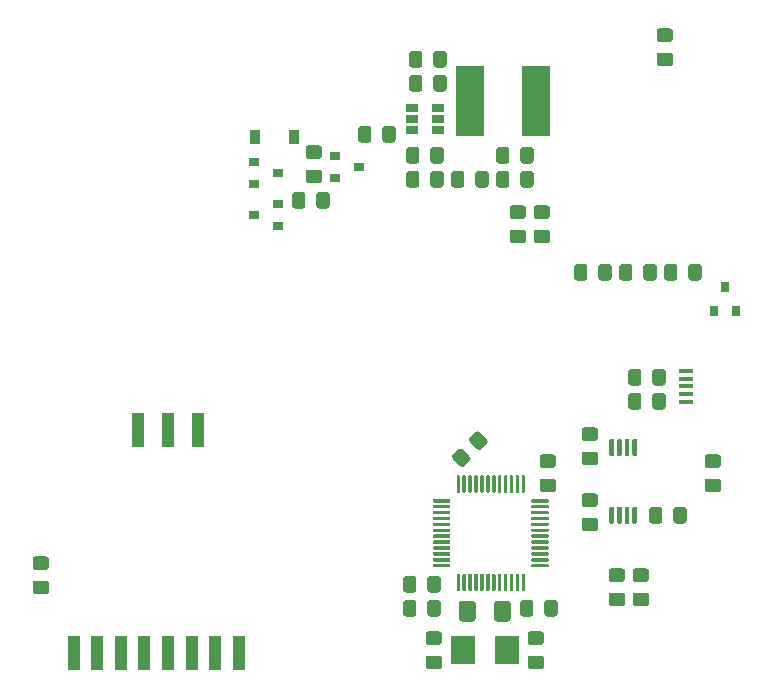
<source format=gbr>
%TF.GenerationSoftware,KiCad,Pcbnew,(5.1.6)-1*%
%TF.CreationDate,2021-04-28T12:39:19+02:00*%
%TF.ProjectId,wireless_button,77697265-6c65-4737-935f-627574746f6e,rev?*%
%TF.SameCoordinates,Original*%
%TF.FileFunction,Paste,Top*%
%TF.FilePolarity,Positive*%
%FSLAX46Y46*%
G04 Gerber Fmt 4.6, Leading zero omitted, Abs format (unit mm)*
G04 Created by KiCad (PCBNEW (5.1.6)-1) date 2021-04-28 12:39:19*
%MOMM*%
%LPD*%
G01*
G04 APERTURE LIST*
%ADD10R,0.900000X0.800000*%
%ADD11R,0.900000X1.200000*%
%ADD12R,1.060000X0.650000*%
%ADD13R,2.450000X5.900000*%
%ADD14R,2.000000X2.400000*%
%ADD15C,0.100000*%
%ADD16R,1.000000X3.000000*%
%ADD17R,0.800000X0.900000*%
%ADD18R,1.300000X0.450000*%
G04 APERTURE END LIST*
%TO.C,R20*%
G36*
G01*
X120516001Y-89136000D02*
X119615999Y-89136000D01*
G75*
G02*
X119366000Y-88886001I0J249999D01*
G01*
X119366000Y-88235999D01*
G75*
G02*
X119615999Y-87986000I249999J0D01*
G01*
X120516001Y-87986000D01*
G75*
G02*
X120766000Y-88235999I0J-249999D01*
G01*
X120766000Y-88886001D01*
G75*
G02*
X120516001Y-89136000I-249999J0D01*
G01*
G37*
G36*
G01*
X120516001Y-91186000D02*
X119615999Y-91186000D01*
G75*
G02*
X119366000Y-90936001I0J249999D01*
G01*
X119366000Y-90285999D01*
G75*
G02*
X119615999Y-90036000I249999J0D01*
G01*
X120516001Y-90036000D01*
G75*
G02*
X120766000Y-90285999I0J-249999D01*
G01*
X120766000Y-90936001D01*
G75*
G02*
X120516001Y-91186000I-249999J0D01*
G01*
G37*
%TD*%
D10*
%TO.C,Q3*%
X97698000Y-85268000D03*
X95698000Y-86218000D03*
X95698000Y-84318000D03*
%TD*%
D11*
%TO.C,D3*%
X99110000Y-82220000D03*
X95810000Y-82220000D03*
%TD*%
%TO.C,R19*%
G36*
G01*
X100311999Y-84956000D02*
X101212001Y-84956000D01*
G75*
G02*
X101462000Y-85205999I0J-249999D01*
G01*
X101462000Y-85856001D01*
G75*
G02*
X101212001Y-86106000I-249999J0D01*
G01*
X100311999Y-86106000D01*
G75*
G02*
X100062000Y-85856001I0J249999D01*
G01*
X100062000Y-85205999D01*
G75*
G02*
X100311999Y-84956000I249999J0D01*
G01*
G37*
G36*
G01*
X100311999Y-82906000D02*
X101212001Y-82906000D01*
G75*
G02*
X101462000Y-83155999I0J-249999D01*
G01*
X101462000Y-83806001D01*
G75*
G02*
X101212001Y-84056000I-249999J0D01*
G01*
X100311999Y-84056000D01*
G75*
G02*
X100062000Y-83806001I0J249999D01*
G01*
X100062000Y-83155999D01*
G75*
G02*
X100311999Y-82906000I249999J0D01*
G01*
G37*
%TD*%
%TO.C,R18*%
G36*
G01*
X100958000Y-88004001D02*
X100958000Y-87103999D01*
G75*
G02*
X101207999Y-86854000I249999J0D01*
G01*
X101858001Y-86854000D01*
G75*
G02*
X102108000Y-87103999I0J-249999D01*
G01*
X102108000Y-88004001D01*
G75*
G02*
X101858001Y-88254000I-249999J0D01*
G01*
X101207999Y-88254000D01*
G75*
G02*
X100958000Y-88004001I0J249999D01*
G01*
G37*
G36*
G01*
X98908000Y-88004001D02*
X98908000Y-87103999D01*
G75*
G02*
X99157999Y-86854000I249999J0D01*
G01*
X99808001Y-86854000D01*
G75*
G02*
X100058000Y-87103999I0J-249999D01*
G01*
X100058000Y-88004001D01*
G75*
G02*
X99808001Y-88254000I-249999J0D01*
G01*
X99157999Y-88254000D01*
G75*
G02*
X98908000Y-88004001I0J249999D01*
G01*
G37*
%TD*%
%TO.C,R17*%
G36*
G01*
X118484001Y-89136000D02*
X117583999Y-89136000D01*
G75*
G02*
X117334000Y-88886001I0J249999D01*
G01*
X117334000Y-88235999D01*
G75*
G02*
X117583999Y-87986000I249999J0D01*
G01*
X118484001Y-87986000D01*
G75*
G02*
X118734000Y-88235999I0J-249999D01*
G01*
X118734000Y-88886001D01*
G75*
G02*
X118484001Y-89136000I-249999J0D01*
G01*
G37*
G36*
G01*
X118484001Y-91186000D02*
X117583999Y-91186000D01*
G75*
G02*
X117334000Y-90936001I0J249999D01*
G01*
X117334000Y-90285999D01*
G75*
G02*
X117583999Y-90036000I249999J0D01*
G01*
X118484001Y-90036000D01*
G75*
G02*
X118734000Y-90285999I0J-249999D01*
G01*
X118734000Y-90936001D01*
G75*
G02*
X118484001Y-91186000I-249999J0D01*
G01*
G37*
%TD*%
D10*
%TO.C,Q4*%
X104556000Y-84760000D03*
X102556000Y-85710000D03*
X102556000Y-83810000D03*
%TD*%
%TO.C,Q2*%
X95698000Y-88824000D03*
X97698000Y-87874000D03*
X97698000Y-89774000D03*
%TD*%
D12*
%TO.C,U5*%
X109060000Y-80696000D03*
X109060000Y-81646000D03*
X109060000Y-79746000D03*
X111260000Y-79746000D03*
X111260000Y-80696000D03*
X111260000Y-81646000D03*
%TD*%
%TO.C,R16*%
G36*
G01*
X110610000Y-86226001D02*
X110610000Y-85325999D01*
G75*
G02*
X110859999Y-85076000I249999J0D01*
G01*
X111510001Y-85076000D01*
G75*
G02*
X111760000Y-85325999I0J-249999D01*
G01*
X111760000Y-86226001D01*
G75*
G02*
X111510001Y-86476000I-249999J0D01*
G01*
X110859999Y-86476000D01*
G75*
G02*
X110610000Y-86226001I0J249999D01*
G01*
G37*
G36*
G01*
X108560000Y-86226001D02*
X108560000Y-85325999D01*
G75*
G02*
X108809999Y-85076000I249999J0D01*
G01*
X109460001Y-85076000D01*
G75*
G02*
X109710000Y-85325999I0J-249999D01*
G01*
X109710000Y-86226001D01*
G75*
G02*
X109460001Y-86476000I-249999J0D01*
G01*
X108809999Y-86476000D01*
G75*
G02*
X108560000Y-86226001I0J249999D01*
G01*
G37*
%TD*%
%TO.C,R15*%
G36*
G01*
X114420000Y-86226001D02*
X114420000Y-85325999D01*
G75*
G02*
X114669999Y-85076000I249999J0D01*
G01*
X115320001Y-85076000D01*
G75*
G02*
X115570000Y-85325999I0J-249999D01*
G01*
X115570000Y-86226001D01*
G75*
G02*
X115320001Y-86476000I-249999J0D01*
G01*
X114669999Y-86476000D01*
G75*
G02*
X114420000Y-86226001I0J249999D01*
G01*
G37*
G36*
G01*
X112370000Y-86226001D02*
X112370000Y-85325999D01*
G75*
G02*
X112619999Y-85076000I249999J0D01*
G01*
X113270001Y-85076000D01*
G75*
G02*
X113520000Y-85325999I0J-249999D01*
G01*
X113520000Y-86226001D01*
G75*
G02*
X113270001Y-86476000I-249999J0D01*
G01*
X112619999Y-86476000D01*
G75*
G02*
X112370000Y-86226001I0J249999D01*
G01*
G37*
%TD*%
%TO.C,R14*%
G36*
G01*
X106546000Y-82416001D02*
X106546000Y-81515999D01*
G75*
G02*
X106795999Y-81266000I249999J0D01*
G01*
X107446001Y-81266000D01*
G75*
G02*
X107696000Y-81515999I0J-249999D01*
G01*
X107696000Y-82416001D01*
G75*
G02*
X107446001Y-82666000I-249999J0D01*
G01*
X106795999Y-82666000D01*
G75*
G02*
X106546000Y-82416001I0J249999D01*
G01*
G37*
G36*
G01*
X104496000Y-82416001D02*
X104496000Y-81515999D01*
G75*
G02*
X104745999Y-81266000I249999J0D01*
G01*
X105396001Y-81266000D01*
G75*
G02*
X105646000Y-81515999I0J-249999D01*
G01*
X105646000Y-82416001D01*
G75*
G02*
X105396001Y-82666000I-249999J0D01*
G01*
X104745999Y-82666000D01*
G75*
G02*
X104496000Y-82416001I0J249999D01*
G01*
G37*
%TD*%
D13*
%TO.C,L1*%
X119539000Y-79172000D03*
X113989000Y-79172000D03*
%TD*%
%TO.C,C13*%
G36*
G01*
X118230000Y-84194001D02*
X118230000Y-83293999D01*
G75*
G02*
X118479999Y-83044000I249999J0D01*
G01*
X119130001Y-83044000D01*
G75*
G02*
X119380000Y-83293999I0J-249999D01*
G01*
X119380000Y-84194001D01*
G75*
G02*
X119130001Y-84444000I-249999J0D01*
G01*
X118479999Y-84444000D01*
G75*
G02*
X118230000Y-84194001I0J249999D01*
G01*
G37*
G36*
G01*
X116180000Y-84194001D02*
X116180000Y-83293999D01*
G75*
G02*
X116429999Y-83044000I249999J0D01*
G01*
X117080001Y-83044000D01*
G75*
G02*
X117330000Y-83293999I0J-249999D01*
G01*
X117330000Y-84194001D01*
G75*
G02*
X117080001Y-84444000I-249999J0D01*
G01*
X116429999Y-84444000D01*
G75*
G02*
X116180000Y-84194001I0J249999D01*
G01*
G37*
%TD*%
%TO.C,C12*%
G36*
G01*
X118230000Y-86226001D02*
X118230000Y-85325999D01*
G75*
G02*
X118479999Y-85076000I249999J0D01*
G01*
X119130001Y-85076000D01*
G75*
G02*
X119380000Y-85325999I0J-249999D01*
G01*
X119380000Y-86226001D01*
G75*
G02*
X119130001Y-86476000I-249999J0D01*
G01*
X118479999Y-86476000D01*
G75*
G02*
X118230000Y-86226001I0J249999D01*
G01*
G37*
G36*
G01*
X116180000Y-86226001D02*
X116180000Y-85325999D01*
G75*
G02*
X116429999Y-85076000I249999J0D01*
G01*
X117080001Y-85076000D01*
G75*
G02*
X117330000Y-85325999I0J-249999D01*
G01*
X117330000Y-86226001D01*
G75*
G02*
X117080001Y-86476000I-249999J0D01*
G01*
X116429999Y-86476000D01*
G75*
G02*
X116180000Y-86226001I0J249999D01*
G01*
G37*
%TD*%
%TO.C,C11*%
G36*
G01*
X109710000Y-83293999D02*
X109710000Y-84194001D01*
G75*
G02*
X109460001Y-84444000I-249999J0D01*
G01*
X108809999Y-84444000D01*
G75*
G02*
X108560000Y-84194001I0J249999D01*
G01*
X108560000Y-83293999D01*
G75*
G02*
X108809999Y-83044000I249999J0D01*
G01*
X109460001Y-83044000D01*
G75*
G02*
X109710000Y-83293999I0J-249999D01*
G01*
G37*
G36*
G01*
X111760000Y-83293999D02*
X111760000Y-84194001D01*
G75*
G02*
X111510001Y-84444000I-249999J0D01*
G01*
X110859999Y-84444000D01*
G75*
G02*
X110610000Y-84194001I0J249999D01*
G01*
X110610000Y-83293999D01*
G75*
G02*
X110859999Y-83044000I249999J0D01*
G01*
X111510001Y-83044000D01*
G75*
G02*
X111760000Y-83293999I0J-249999D01*
G01*
G37*
%TD*%
%TO.C,C10*%
G36*
G01*
X109964000Y-77197999D02*
X109964000Y-78098001D01*
G75*
G02*
X109714001Y-78348000I-249999J0D01*
G01*
X109063999Y-78348000D01*
G75*
G02*
X108814000Y-78098001I0J249999D01*
G01*
X108814000Y-77197999D01*
G75*
G02*
X109063999Y-76948000I249999J0D01*
G01*
X109714001Y-76948000D01*
G75*
G02*
X109964000Y-77197999I0J-249999D01*
G01*
G37*
G36*
G01*
X112014000Y-77197999D02*
X112014000Y-78098001D01*
G75*
G02*
X111764001Y-78348000I-249999J0D01*
G01*
X111113999Y-78348000D01*
G75*
G02*
X110864000Y-78098001I0J249999D01*
G01*
X110864000Y-77197999D01*
G75*
G02*
X111113999Y-76948000I249999J0D01*
G01*
X111764001Y-76948000D01*
G75*
G02*
X112014000Y-77197999I0J-249999D01*
G01*
G37*
%TD*%
%TO.C,C9*%
G36*
G01*
X109964000Y-75165999D02*
X109964000Y-76066001D01*
G75*
G02*
X109714001Y-76316000I-249999J0D01*
G01*
X109063999Y-76316000D01*
G75*
G02*
X108814000Y-76066001I0J249999D01*
G01*
X108814000Y-75165999D01*
G75*
G02*
X109063999Y-74916000I249999J0D01*
G01*
X109714001Y-74916000D01*
G75*
G02*
X109964000Y-75165999I0J-249999D01*
G01*
G37*
G36*
G01*
X112014000Y-75165999D02*
X112014000Y-76066001D01*
G75*
G02*
X111764001Y-76316000I-249999J0D01*
G01*
X111113999Y-76316000D01*
G75*
G02*
X110864000Y-76066001I0J249999D01*
G01*
X110864000Y-75165999D01*
G75*
G02*
X111113999Y-74916000I249999J0D01*
G01*
X111764001Y-74916000D01*
G75*
G02*
X112014000Y-75165999I0J-249999D01*
G01*
G37*
%TD*%
%TO.C,R13*%
G36*
G01*
X124834000Y-94100001D02*
X124834000Y-93199999D01*
G75*
G02*
X125083999Y-92950000I249999J0D01*
G01*
X125734001Y-92950000D01*
G75*
G02*
X125984000Y-93199999I0J-249999D01*
G01*
X125984000Y-94100001D01*
G75*
G02*
X125734001Y-94350000I-249999J0D01*
G01*
X125083999Y-94350000D01*
G75*
G02*
X124834000Y-94100001I0J249999D01*
G01*
G37*
G36*
G01*
X122784000Y-94100001D02*
X122784000Y-93199999D01*
G75*
G02*
X123033999Y-92950000I249999J0D01*
G01*
X123684001Y-92950000D01*
G75*
G02*
X123934000Y-93199999I0J-249999D01*
G01*
X123934000Y-94100001D01*
G75*
G02*
X123684001Y-94350000I-249999J0D01*
G01*
X123033999Y-94350000D01*
G75*
G02*
X122784000Y-94100001I0J249999D01*
G01*
G37*
%TD*%
%TO.C,R12*%
G36*
G01*
X131554000Y-93199999D02*
X131554000Y-94100001D01*
G75*
G02*
X131304001Y-94350000I-249999J0D01*
G01*
X130653999Y-94350000D01*
G75*
G02*
X130404000Y-94100001I0J249999D01*
G01*
X130404000Y-93199999D01*
G75*
G02*
X130653999Y-92950000I249999J0D01*
G01*
X131304001Y-92950000D01*
G75*
G02*
X131554000Y-93199999I0J-249999D01*
G01*
G37*
G36*
G01*
X133604000Y-93199999D02*
X133604000Y-94100001D01*
G75*
G02*
X133354001Y-94350000I-249999J0D01*
G01*
X132703999Y-94350000D01*
G75*
G02*
X132454000Y-94100001I0J249999D01*
G01*
X132454000Y-93199999D01*
G75*
G02*
X132703999Y-92950000I249999J0D01*
G01*
X133354001Y-92950000D01*
G75*
G02*
X133604000Y-93199999I0J-249999D01*
G01*
G37*
%TD*%
%TO.C,R10*%
G36*
G01*
X127744000Y-93199999D02*
X127744000Y-94100001D01*
G75*
G02*
X127494001Y-94350000I-249999J0D01*
G01*
X126843999Y-94350000D01*
G75*
G02*
X126594000Y-94100001I0J249999D01*
G01*
X126594000Y-93199999D01*
G75*
G02*
X126843999Y-92950000I249999J0D01*
G01*
X127494001Y-92950000D01*
G75*
G02*
X127744000Y-93199999I0J-249999D01*
G01*
G37*
G36*
G01*
X129794000Y-93199999D02*
X129794000Y-94100001D01*
G75*
G02*
X129544001Y-94350000I-249999J0D01*
G01*
X128893999Y-94350000D01*
G75*
G02*
X128644000Y-94100001I0J249999D01*
G01*
X128644000Y-93199999D01*
G75*
G02*
X128893999Y-92950000I249999J0D01*
G01*
X129544001Y-92950000D01*
G75*
G02*
X129794000Y-93199999I0J-249999D01*
G01*
G37*
%TD*%
%TO.C,R9*%
G36*
G01*
X123679999Y-108832000D02*
X124580001Y-108832000D01*
G75*
G02*
X124830000Y-109081999I0J-249999D01*
G01*
X124830000Y-109732001D01*
G75*
G02*
X124580001Y-109982000I-249999J0D01*
G01*
X123679999Y-109982000D01*
G75*
G02*
X123430000Y-109732001I0J249999D01*
G01*
X123430000Y-109081999D01*
G75*
G02*
X123679999Y-108832000I249999J0D01*
G01*
G37*
G36*
G01*
X123679999Y-106782000D02*
X124580001Y-106782000D01*
G75*
G02*
X124830000Y-107031999I0J-249999D01*
G01*
X124830000Y-107682001D01*
G75*
G02*
X124580001Y-107932000I-249999J0D01*
G01*
X123679999Y-107932000D01*
G75*
G02*
X123430000Y-107682001I0J249999D01*
G01*
X123430000Y-107031999D01*
G75*
G02*
X123679999Y-106782000I249999J0D01*
G01*
G37*
%TD*%
%TO.C,C8*%
G36*
G01*
X78098001Y-118854000D02*
X77197999Y-118854000D01*
G75*
G02*
X76948000Y-118604001I0J249999D01*
G01*
X76948000Y-117953999D01*
G75*
G02*
X77197999Y-117704000I249999J0D01*
G01*
X78098001Y-117704000D01*
G75*
G02*
X78348000Y-117953999I0J-249999D01*
G01*
X78348000Y-118604001D01*
G75*
G02*
X78098001Y-118854000I-249999J0D01*
G01*
G37*
G36*
G01*
X78098001Y-120904000D02*
X77197999Y-120904000D01*
G75*
G02*
X76948000Y-120654001I0J249999D01*
G01*
X76948000Y-120003999D01*
G75*
G02*
X77197999Y-119754000I249999J0D01*
G01*
X78098001Y-119754000D01*
G75*
G02*
X78348000Y-120003999I0J-249999D01*
G01*
X78348000Y-120654001D01*
G75*
G02*
X78098001Y-120904000I-249999J0D01*
G01*
G37*
%TD*%
D14*
%TO.C,Y1*%
X113390000Y-125654000D03*
X117090000Y-125654000D03*
%TD*%
%TO.C,R11*%
G36*
G01*
X116015000Y-122977000D02*
X116015000Y-121727000D01*
G75*
G02*
X116265000Y-121477000I250000J0D01*
G01*
X117190000Y-121477000D01*
G75*
G02*
X117440000Y-121727000I0J-250000D01*
G01*
X117440000Y-122977000D01*
G75*
G02*
X117190000Y-123227000I-250000J0D01*
G01*
X116265000Y-123227000D01*
G75*
G02*
X116015000Y-122977000I0J250000D01*
G01*
G37*
G36*
G01*
X113040000Y-122977000D02*
X113040000Y-121727000D01*
G75*
G02*
X113290000Y-121477000I250000J0D01*
G01*
X114215000Y-121477000D01*
G75*
G02*
X114465000Y-121727000I0J-250000D01*
G01*
X114465000Y-122977000D01*
G75*
G02*
X114215000Y-123227000I-250000J0D01*
G01*
X113290000Y-123227000D01*
G75*
G02*
X113040000Y-122977000I0J250000D01*
G01*
G37*
%TD*%
%TO.C,C7*%
G36*
G01*
X110471999Y-126104000D02*
X111372001Y-126104000D01*
G75*
G02*
X111622000Y-126353999I0J-249999D01*
G01*
X111622000Y-127004001D01*
G75*
G02*
X111372001Y-127254000I-249999J0D01*
G01*
X110471999Y-127254000D01*
G75*
G02*
X110222000Y-127004001I0J249999D01*
G01*
X110222000Y-126353999D01*
G75*
G02*
X110471999Y-126104000I249999J0D01*
G01*
G37*
G36*
G01*
X110471999Y-124054000D02*
X111372001Y-124054000D01*
G75*
G02*
X111622000Y-124303999I0J-249999D01*
G01*
X111622000Y-124954001D01*
G75*
G02*
X111372001Y-125204000I-249999J0D01*
G01*
X110471999Y-125204000D01*
G75*
G02*
X110222000Y-124954001I0J249999D01*
G01*
X110222000Y-124303999D01*
G75*
G02*
X110471999Y-124054000I249999J0D01*
G01*
G37*
%TD*%
%TO.C,C6*%
G36*
G01*
X119107999Y-126104000D02*
X120008001Y-126104000D01*
G75*
G02*
X120258000Y-126353999I0J-249999D01*
G01*
X120258000Y-127004001D01*
G75*
G02*
X120008001Y-127254000I-249999J0D01*
G01*
X119107999Y-127254000D01*
G75*
G02*
X118858000Y-127004001I0J249999D01*
G01*
X118858000Y-126353999D01*
G75*
G02*
X119107999Y-126104000I249999J0D01*
G01*
G37*
G36*
G01*
X119107999Y-124054000D02*
X120008001Y-124054000D01*
G75*
G02*
X120258000Y-124303999I0J-249999D01*
G01*
X120258000Y-124954001D01*
G75*
G02*
X120008001Y-125204000I-249999J0D01*
G01*
X119107999Y-125204000D01*
G75*
G02*
X118858000Y-124954001I0J249999D01*
G01*
X118858000Y-124303999D01*
G75*
G02*
X119107999Y-124054000I249999J0D01*
G01*
G37*
%TD*%
D15*
%TO.C,J4*%
X106096000Y-116002000D03*
%TD*%
%TO.C,C5*%
G36*
G01*
X131184000Y-114674001D02*
X131184000Y-113773999D01*
G75*
G02*
X131433999Y-113524000I249999J0D01*
G01*
X132084001Y-113524000D01*
G75*
G02*
X132334000Y-113773999I0J-249999D01*
G01*
X132334000Y-114674001D01*
G75*
G02*
X132084001Y-114924000I-249999J0D01*
G01*
X131433999Y-114924000D01*
G75*
G02*
X131184000Y-114674001I0J249999D01*
G01*
G37*
G36*
G01*
X129134000Y-114674001D02*
X129134000Y-113773999D01*
G75*
G02*
X129383999Y-113524000I249999J0D01*
G01*
X130034001Y-113524000D01*
G75*
G02*
X130284000Y-113773999I0J-249999D01*
G01*
X130284000Y-114674001D01*
G75*
G02*
X130034001Y-114924000I-249999J0D01*
G01*
X129383999Y-114924000D01*
G75*
G02*
X129134000Y-114674001I0J249999D01*
G01*
G37*
%TD*%
%TO.C,R8*%
G36*
G01*
X128898001Y-119870000D02*
X127997999Y-119870000D01*
G75*
G02*
X127748000Y-119620001I0J249999D01*
G01*
X127748000Y-118969999D01*
G75*
G02*
X127997999Y-118720000I249999J0D01*
G01*
X128898001Y-118720000D01*
G75*
G02*
X129148000Y-118969999I0J-249999D01*
G01*
X129148000Y-119620001D01*
G75*
G02*
X128898001Y-119870000I-249999J0D01*
G01*
G37*
G36*
G01*
X128898001Y-121920000D02*
X127997999Y-121920000D01*
G75*
G02*
X127748000Y-121670001I0J249999D01*
G01*
X127748000Y-121019999D01*
G75*
G02*
X127997999Y-120770000I249999J0D01*
G01*
X128898001Y-120770000D01*
G75*
G02*
X129148000Y-121019999I0J-249999D01*
G01*
X129148000Y-121670001D01*
G75*
G02*
X128898001Y-121920000I-249999J0D01*
G01*
G37*
%TD*%
%TO.C,U4*%
G36*
G01*
X127840000Y-113486500D02*
X128040000Y-113486500D01*
G75*
G02*
X128140000Y-113586500I0J-100000D01*
G01*
X128140000Y-114861500D01*
G75*
G02*
X128040000Y-114961500I-100000J0D01*
G01*
X127840000Y-114961500D01*
G75*
G02*
X127740000Y-114861500I0J100000D01*
G01*
X127740000Y-113586500D01*
G75*
G02*
X127840000Y-113486500I100000J0D01*
G01*
G37*
G36*
G01*
X127190000Y-113486500D02*
X127390000Y-113486500D01*
G75*
G02*
X127490000Y-113586500I0J-100000D01*
G01*
X127490000Y-114861500D01*
G75*
G02*
X127390000Y-114961500I-100000J0D01*
G01*
X127190000Y-114961500D01*
G75*
G02*
X127090000Y-114861500I0J100000D01*
G01*
X127090000Y-113586500D01*
G75*
G02*
X127190000Y-113486500I100000J0D01*
G01*
G37*
G36*
G01*
X126540000Y-113486500D02*
X126740000Y-113486500D01*
G75*
G02*
X126840000Y-113586500I0J-100000D01*
G01*
X126840000Y-114861500D01*
G75*
G02*
X126740000Y-114961500I-100000J0D01*
G01*
X126540000Y-114961500D01*
G75*
G02*
X126440000Y-114861500I0J100000D01*
G01*
X126440000Y-113586500D01*
G75*
G02*
X126540000Y-113486500I100000J0D01*
G01*
G37*
G36*
G01*
X125890000Y-113486500D02*
X126090000Y-113486500D01*
G75*
G02*
X126190000Y-113586500I0J-100000D01*
G01*
X126190000Y-114861500D01*
G75*
G02*
X126090000Y-114961500I-100000J0D01*
G01*
X125890000Y-114961500D01*
G75*
G02*
X125790000Y-114861500I0J100000D01*
G01*
X125790000Y-113586500D01*
G75*
G02*
X125890000Y-113486500I100000J0D01*
G01*
G37*
G36*
G01*
X125890000Y-107761500D02*
X126090000Y-107761500D01*
G75*
G02*
X126190000Y-107861500I0J-100000D01*
G01*
X126190000Y-109136500D01*
G75*
G02*
X126090000Y-109236500I-100000J0D01*
G01*
X125890000Y-109236500D01*
G75*
G02*
X125790000Y-109136500I0J100000D01*
G01*
X125790000Y-107861500D01*
G75*
G02*
X125890000Y-107761500I100000J0D01*
G01*
G37*
G36*
G01*
X126540000Y-107761500D02*
X126740000Y-107761500D01*
G75*
G02*
X126840000Y-107861500I0J-100000D01*
G01*
X126840000Y-109136500D01*
G75*
G02*
X126740000Y-109236500I-100000J0D01*
G01*
X126540000Y-109236500D01*
G75*
G02*
X126440000Y-109136500I0J100000D01*
G01*
X126440000Y-107861500D01*
G75*
G02*
X126540000Y-107761500I100000J0D01*
G01*
G37*
G36*
G01*
X127190000Y-107761500D02*
X127390000Y-107761500D01*
G75*
G02*
X127490000Y-107861500I0J-100000D01*
G01*
X127490000Y-109136500D01*
G75*
G02*
X127390000Y-109236500I-100000J0D01*
G01*
X127190000Y-109236500D01*
G75*
G02*
X127090000Y-109136500I0J100000D01*
G01*
X127090000Y-107861500D01*
G75*
G02*
X127190000Y-107761500I100000J0D01*
G01*
G37*
G36*
G01*
X127840000Y-107761500D02*
X128040000Y-107761500D01*
G75*
G02*
X128140000Y-107861500I0J-100000D01*
G01*
X128140000Y-109136500D01*
G75*
G02*
X128040000Y-109236500I-100000J0D01*
G01*
X127840000Y-109236500D01*
G75*
G02*
X127740000Y-109136500I0J100000D01*
G01*
X127740000Y-107861500D01*
G75*
G02*
X127840000Y-107761500I100000J0D01*
G01*
G37*
%TD*%
%TO.C,R7*%
G36*
G01*
X109456000Y-121647999D02*
X109456000Y-122548001D01*
G75*
G02*
X109206001Y-122798000I-249999J0D01*
G01*
X108555999Y-122798000D01*
G75*
G02*
X108306000Y-122548001I0J249999D01*
G01*
X108306000Y-121647999D01*
G75*
G02*
X108555999Y-121398000I249999J0D01*
G01*
X109206001Y-121398000D01*
G75*
G02*
X109456000Y-121647999I0J-249999D01*
G01*
G37*
G36*
G01*
X111506000Y-121647999D02*
X111506000Y-122548001D01*
G75*
G02*
X111256001Y-122798000I-249999J0D01*
G01*
X110605999Y-122798000D01*
G75*
G02*
X110356000Y-122548001I0J249999D01*
G01*
X110356000Y-121647999D01*
G75*
G02*
X110605999Y-121398000I249999J0D01*
G01*
X111256001Y-121398000D01*
G75*
G02*
X111506000Y-121647999I0J-249999D01*
G01*
G37*
%TD*%
%TO.C,C4*%
G36*
G01*
X121024001Y-110218000D02*
X120123999Y-110218000D01*
G75*
G02*
X119874000Y-109968001I0J249999D01*
G01*
X119874000Y-109317999D01*
G75*
G02*
X120123999Y-109068000I249999J0D01*
G01*
X121024001Y-109068000D01*
G75*
G02*
X121274000Y-109317999I0J-249999D01*
G01*
X121274000Y-109968001D01*
G75*
G02*
X121024001Y-110218000I-249999J0D01*
G01*
G37*
G36*
G01*
X121024001Y-112268000D02*
X120123999Y-112268000D01*
G75*
G02*
X119874000Y-112018001I0J249999D01*
G01*
X119874000Y-111367999D01*
G75*
G02*
X120123999Y-111118000I249999J0D01*
G01*
X121024001Y-111118000D01*
G75*
G02*
X121274000Y-111367999I0J-249999D01*
G01*
X121274000Y-112018001D01*
G75*
G02*
X121024001Y-112268000I-249999J0D01*
G01*
G37*
%TD*%
%TO.C,C3*%
G36*
G01*
X120262000Y-122548001D02*
X120262000Y-121647999D01*
G75*
G02*
X120511999Y-121398000I249999J0D01*
G01*
X121162001Y-121398000D01*
G75*
G02*
X121412000Y-121647999I0J-249999D01*
G01*
X121412000Y-122548001D01*
G75*
G02*
X121162001Y-122798000I-249999J0D01*
G01*
X120511999Y-122798000D01*
G75*
G02*
X120262000Y-122548001I0J249999D01*
G01*
G37*
G36*
G01*
X118212000Y-122548001D02*
X118212000Y-121647999D01*
G75*
G02*
X118461999Y-121398000I249999J0D01*
G01*
X119112001Y-121398000D01*
G75*
G02*
X119362000Y-121647999I0J-249999D01*
G01*
X119362000Y-122548001D01*
G75*
G02*
X119112001Y-122798000I-249999J0D01*
G01*
X118461999Y-122798000D01*
G75*
G02*
X118212000Y-122548001I0J249999D01*
G01*
G37*
%TD*%
%TO.C,C2*%
G36*
G01*
X109456000Y-119615999D02*
X109456000Y-120516001D01*
G75*
G02*
X109206001Y-120766000I-249999J0D01*
G01*
X108555999Y-120766000D01*
G75*
G02*
X108306000Y-120516001I0J249999D01*
G01*
X108306000Y-119615999D01*
G75*
G02*
X108555999Y-119366000I249999J0D01*
G01*
X109206001Y-119366000D01*
G75*
G02*
X109456000Y-119615999I0J-249999D01*
G01*
G37*
G36*
G01*
X111506000Y-119615999D02*
X111506000Y-120516001D01*
G75*
G02*
X111256001Y-120766000I-249999J0D01*
G01*
X110605999Y-120766000D01*
G75*
G02*
X110356000Y-120516001I0J249999D01*
G01*
X110356000Y-119615999D01*
G75*
G02*
X110605999Y-119366000I249999J0D01*
G01*
X111256001Y-119366000D01*
G75*
G02*
X111506000Y-119615999I0J-249999D01*
G01*
G37*
%TD*%
%TO.C,C1*%
G36*
G01*
X114606396Y-108636001D02*
X113969999Y-107999604D01*
G75*
G02*
X113969999Y-107646052I176776J176776D01*
G01*
X114429620Y-107186431D01*
G75*
G02*
X114783172Y-107186431I176776J-176776D01*
G01*
X115419569Y-107822828D01*
G75*
G02*
X115419569Y-108176380I-176776J-176776D01*
G01*
X114959948Y-108636001D01*
G75*
G02*
X114606396Y-108636001I-176776J176776D01*
G01*
G37*
G36*
G01*
X113156828Y-110085569D02*
X112520431Y-109449172D01*
G75*
G02*
X112520431Y-109095620I176776J176776D01*
G01*
X112980052Y-108635999D01*
G75*
G02*
X113333604Y-108635999I176776J-176776D01*
G01*
X113970001Y-109272396D01*
G75*
G02*
X113970001Y-109625948I-176776J-176776D01*
G01*
X113510380Y-110085569D01*
G75*
G02*
X113156828Y-110085569I-176776J176776D01*
G01*
G37*
%TD*%
%TO.C,R6*%
G36*
G01*
X130930001Y-74159000D02*
X130029999Y-74159000D01*
G75*
G02*
X129780000Y-73909001I0J249999D01*
G01*
X129780000Y-73258999D01*
G75*
G02*
X130029999Y-73009000I249999J0D01*
G01*
X130930001Y-73009000D01*
G75*
G02*
X131180000Y-73258999I0J-249999D01*
G01*
X131180000Y-73909001D01*
G75*
G02*
X130930001Y-74159000I-249999J0D01*
G01*
G37*
G36*
G01*
X130930001Y-76209000D02*
X130029999Y-76209000D01*
G75*
G02*
X129780000Y-75959001I0J249999D01*
G01*
X129780000Y-75308999D01*
G75*
G02*
X130029999Y-75059000I249999J0D01*
G01*
X130930001Y-75059000D01*
G75*
G02*
X131180000Y-75308999I0J-249999D01*
G01*
X131180000Y-75959001D01*
G75*
G02*
X130930001Y-76209000I-249999J0D01*
G01*
G37*
%TD*%
%TO.C,R5*%
G36*
G01*
X124580001Y-113520000D02*
X123679999Y-113520000D01*
G75*
G02*
X123430000Y-113270001I0J249999D01*
G01*
X123430000Y-112619999D01*
G75*
G02*
X123679999Y-112370000I249999J0D01*
G01*
X124580001Y-112370000D01*
G75*
G02*
X124830000Y-112619999I0J-249999D01*
G01*
X124830000Y-113270001D01*
G75*
G02*
X124580001Y-113520000I-249999J0D01*
G01*
G37*
G36*
G01*
X124580001Y-115570000D02*
X123679999Y-115570000D01*
G75*
G02*
X123430000Y-115320001I0J249999D01*
G01*
X123430000Y-114669999D01*
G75*
G02*
X123679999Y-114420000I249999J0D01*
G01*
X124580001Y-114420000D01*
G75*
G02*
X124830000Y-114669999I0J-249999D01*
G01*
X124830000Y-115320001D01*
G75*
G02*
X124580001Y-115570000I-249999J0D01*
G01*
G37*
%TD*%
%TO.C,R4*%
G36*
G01*
X125965999Y-120770000D02*
X126866001Y-120770000D01*
G75*
G02*
X127116000Y-121019999I0J-249999D01*
G01*
X127116000Y-121670001D01*
G75*
G02*
X126866001Y-121920000I-249999J0D01*
G01*
X125965999Y-121920000D01*
G75*
G02*
X125716000Y-121670001I0J249999D01*
G01*
X125716000Y-121019999D01*
G75*
G02*
X125965999Y-120770000I249999J0D01*
G01*
G37*
G36*
G01*
X125965999Y-118720000D02*
X126866001Y-118720000D01*
G75*
G02*
X127116000Y-118969999I0J-249999D01*
G01*
X127116000Y-119620001D01*
G75*
G02*
X126866001Y-119870000I-249999J0D01*
G01*
X125965999Y-119870000D01*
G75*
G02*
X125716000Y-119620001I0J249999D01*
G01*
X125716000Y-118969999D01*
G75*
G02*
X125965999Y-118720000I249999J0D01*
G01*
G37*
%TD*%
D16*
%TO.C,U2*%
X80418000Y-125908000D03*
X82418000Y-125908000D03*
X84418000Y-125908000D03*
X86418000Y-125908000D03*
X88418000Y-125908000D03*
X90418000Y-125908000D03*
X92418000Y-125908000D03*
X94418000Y-125908000D03*
X90918000Y-107008000D03*
X88418000Y-107008000D03*
X85918000Y-107008000D03*
%TD*%
%TO.C,R3*%
G36*
G01*
X134093999Y-111118000D02*
X134994001Y-111118000D01*
G75*
G02*
X135244000Y-111367999I0J-249999D01*
G01*
X135244000Y-112018001D01*
G75*
G02*
X134994001Y-112268000I-249999J0D01*
G01*
X134093999Y-112268000D01*
G75*
G02*
X133844000Y-112018001I0J249999D01*
G01*
X133844000Y-111367999D01*
G75*
G02*
X134093999Y-111118000I249999J0D01*
G01*
G37*
G36*
G01*
X134093999Y-109068000D02*
X134994001Y-109068000D01*
G75*
G02*
X135244000Y-109317999I0J-249999D01*
G01*
X135244000Y-109968001D01*
G75*
G02*
X134994001Y-110218000I-249999J0D01*
G01*
X134093999Y-110218000D01*
G75*
G02*
X133844000Y-109968001I0J249999D01*
G01*
X133844000Y-109317999D01*
G75*
G02*
X134093999Y-109068000I249999J0D01*
G01*
G37*
%TD*%
D17*
%TO.C,Q1*%
X135560000Y-94936000D03*
X136510000Y-96936000D03*
X134610000Y-96936000D03*
%TD*%
%TO.C,R2*%
G36*
G01*
X129406000Y-105022001D02*
X129406000Y-104121999D01*
G75*
G02*
X129655999Y-103872000I249999J0D01*
G01*
X130306001Y-103872000D01*
G75*
G02*
X130556000Y-104121999I0J-249999D01*
G01*
X130556000Y-105022001D01*
G75*
G02*
X130306001Y-105272000I-249999J0D01*
G01*
X129655999Y-105272000D01*
G75*
G02*
X129406000Y-105022001I0J249999D01*
G01*
G37*
G36*
G01*
X127356000Y-105022001D02*
X127356000Y-104121999D01*
G75*
G02*
X127605999Y-103872000I249999J0D01*
G01*
X128256001Y-103872000D01*
G75*
G02*
X128506000Y-104121999I0J-249999D01*
G01*
X128506000Y-105022001D01*
G75*
G02*
X128256001Y-105272000I-249999J0D01*
G01*
X127605999Y-105272000D01*
G75*
G02*
X127356000Y-105022001I0J249999D01*
G01*
G37*
%TD*%
%TO.C,R1*%
G36*
G01*
X129406000Y-102990001D02*
X129406000Y-102089999D01*
G75*
G02*
X129655999Y-101840000I249999J0D01*
G01*
X130306001Y-101840000D01*
G75*
G02*
X130556000Y-102089999I0J-249999D01*
G01*
X130556000Y-102990001D01*
G75*
G02*
X130306001Y-103240000I-249999J0D01*
G01*
X129655999Y-103240000D01*
G75*
G02*
X129406000Y-102990001I0J249999D01*
G01*
G37*
G36*
G01*
X127356000Y-102990001D02*
X127356000Y-102089999D01*
G75*
G02*
X127605999Y-101840000I249999J0D01*
G01*
X128256001Y-101840000D01*
G75*
G02*
X128506000Y-102089999I0J-249999D01*
G01*
X128506000Y-102990001D01*
G75*
G02*
X128256001Y-103240000I-249999J0D01*
G01*
X127605999Y-103240000D01*
G75*
G02*
X127356000Y-102990001I0J249999D01*
G01*
G37*
%TD*%
D18*
%TO.C,J1*%
X132300000Y-102002000D03*
X132300000Y-102652000D03*
X132300000Y-103302000D03*
X132300000Y-103952000D03*
X132300000Y-104602000D03*
%TD*%
%TO.C,U1*%
G36*
G01*
X112248000Y-118648000D02*
X110923000Y-118648000D01*
G75*
G02*
X110848000Y-118573000I0J75000D01*
G01*
X110848000Y-118423000D01*
G75*
G02*
X110923000Y-118348000I75000J0D01*
G01*
X112248000Y-118348000D01*
G75*
G02*
X112323000Y-118423000I0J-75000D01*
G01*
X112323000Y-118573000D01*
G75*
G02*
X112248000Y-118648000I-75000J0D01*
G01*
G37*
G36*
G01*
X112248000Y-118148000D02*
X110923000Y-118148000D01*
G75*
G02*
X110848000Y-118073000I0J75000D01*
G01*
X110848000Y-117923000D01*
G75*
G02*
X110923000Y-117848000I75000J0D01*
G01*
X112248000Y-117848000D01*
G75*
G02*
X112323000Y-117923000I0J-75000D01*
G01*
X112323000Y-118073000D01*
G75*
G02*
X112248000Y-118148000I-75000J0D01*
G01*
G37*
G36*
G01*
X112248000Y-117648000D02*
X110923000Y-117648000D01*
G75*
G02*
X110848000Y-117573000I0J75000D01*
G01*
X110848000Y-117423000D01*
G75*
G02*
X110923000Y-117348000I75000J0D01*
G01*
X112248000Y-117348000D01*
G75*
G02*
X112323000Y-117423000I0J-75000D01*
G01*
X112323000Y-117573000D01*
G75*
G02*
X112248000Y-117648000I-75000J0D01*
G01*
G37*
G36*
G01*
X112248000Y-117148000D02*
X110923000Y-117148000D01*
G75*
G02*
X110848000Y-117073000I0J75000D01*
G01*
X110848000Y-116923000D01*
G75*
G02*
X110923000Y-116848000I75000J0D01*
G01*
X112248000Y-116848000D01*
G75*
G02*
X112323000Y-116923000I0J-75000D01*
G01*
X112323000Y-117073000D01*
G75*
G02*
X112248000Y-117148000I-75000J0D01*
G01*
G37*
G36*
G01*
X112248000Y-116648000D02*
X110923000Y-116648000D01*
G75*
G02*
X110848000Y-116573000I0J75000D01*
G01*
X110848000Y-116423000D01*
G75*
G02*
X110923000Y-116348000I75000J0D01*
G01*
X112248000Y-116348000D01*
G75*
G02*
X112323000Y-116423000I0J-75000D01*
G01*
X112323000Y-116573000D01*
G75*
G02*
X112248000Y-116648000I-75000J0D01*
G01*
G37*
G36*
G01*
X112248000Y-116148000D02*
X110923000Y-116148000D01*
G75*
G02*
X110848000Y-116073000I0J75000D01*
G01*
X110848000Y-115923000D01*
G75*
G02*
X110923000Y-115848000I75000J0D01*
G01*
X112248000Y-115848000D01*
G75*
G02*
X112323000Y-115923000I0J-75000D01*
G01*
X112323000Y-116073000D01*
G75*
G02*
X112248000Y-116148000I-75000J0D01*
G01*
G37*
G36*
G01*
X112248000Y-115648000D02*
X110923000Y-115648000D01*
G75*
G02*
X110848000Y-115573000I0J75000D01*
G01*
X110848000Y-115423000D01*
G75*
G02*
X110923000Y-115348000I75000J0D01*
G01*
X112248000Y-115348000D01*
G75*
G02*
X112323000Y-115423000I0J-75000D01*
G01*
X112323000Y-115573000D01*
G75*
G02*
X112248000Y-115648000I-75000J0D01*
G01*
G37*
G36*
G01*
X112248000Y-115148000D02*
X110923000Y-115148000D01*
G75*
G02*
X110848000Y-115073000I0J75000D01*
G01*
X110848000Y-114923000D01*
G75*
G02*
X110923000Y-114848000I75000J0D01*
G01*
X112248000Y-114848000D01*
G75*
G02*
X112323000Y-114923000I0J-75000D01*
G01*
X112323000Y-115073000D01*
G75*
G02*
X112248000Y-115148000I-75000J0D01*
G01*
G37*
G36*
G01*
X112248000Y-114648000D02*
X110923000Y-114648000D01*
G75*
G02*
X110848000Y-114573000I0J75000D01*
G01*
X110848000Y-114423000D01*
G75*
G02*
X110923000Y-114348000I75000J0D01*
G01*
X112248000Y-114348000D01*
G75*
G02*
X112323000Y-114423000I0J-75000D01*
G01*
X112323000Y-114573000D01*
G75*
G02*
X112248000Y-114648000I-75000J0D01*
G01*
G37*
G36*
G01*
X112248000Y-114148000D02*
X110923000Y-114148000D01*
G75*
G02*
X110848000Y-114073000I0J75000D01*
G01*
X110848000Y-113923000D01*
G75*
G02*
X110923000Y-113848000I75000J0D01*
G01*
X112248000Y-113848000D01*
G75*
G02*
X112323000Y-113923000I0J-75000D01*
G01*
X112323000Y-114073000D01*
G75*
G02*
X112248000Y-114148000I-75000J0D01*
G01*
G37*
G36*
G01*
X112248000Y-113648000D02*
X110923000Y-113648000D01*
G75*
G02*
X110848000Y-113573000I0J75000D01*
G01*
X110848000Y-113423000D01*
G75*
G02*
X110923000Y-113348000I75000J0D01*
G01*
X112248000Y-113348000D01*
G75*
G02*
X112323000Y-113423000I0J-75000D01*
G01*
X112323000Y-113573000D01*
G75*
G02*
X112248000Y-113648000I-75000J0D01*
G01*
G37*
G36*
G01*
X112248000Y-113148000D02*
X110923000Y-113148000D01*
G75*
G02*
X110848000Y-113073000I0J75000D01*
G01*
X110848000Y-112923000D01*
G75*
G02*
X110923000Y-112848000I75000J0D01*
G01*
X112248000Y-112848000D01*
G75*
G02*
X112323000Y-112923000I0J-75000D01*
G01*
X112323000Y-113073000D01*
G75*
G02*
X112248000Y-113148000I-75000J0D01*
G01*
G37*
G36*
G01*
X113073000Y-112323000D02*
X112923000Y-112323000D01*
G75*
G02*
X112848000Y-112248000I0J75000D01*
G01*
X112848000Y-110923000D01*
G75*
G02*
X112923000Y-110848000I75000J0D01*
G01*
X113073000Y-110848000D01*
G75*
G02*
X113148000Y-110923000I0J-75000D01*
G01*
X113148000Y-112248000D01*
G75*
G02*
X113073000Y-112323000I-75000J0D01*
G01*
G37*
G36*
G01*
X113573000Y-112323000D02*
X113423000Y-112323000D01*
G75*
G02*
X113348000Y-112248000I0J75000D01*
G01*
X113348000Y-110923000D01*
G75*
G02*
X113423000Y-110848000I75000J0D01*
G01*
X113573000Y-110848000D01*
G75*
G02*
X113648000Y-110923000I0J-75000D01*
G01*
X113648000Y-112248000D01*
G75*
G02*
X113573000Y-112323000I-75000J0D01*
G01*
G37*
G36*
G01*
X114073000Y-112323000D02*
X113923000Y-112323000D01*
G75*
G02*
X113848000Y-112248000I0J75000D01*
G01*
X113848000Y-110923000D01*
G75*
G02*
X113923000Y-110848000I75000J0D01*
G01*
X114073000Y-110848000D01*
G75*
G02*
X114148000Y-110923000I0J-75000D01*
G01*
X114148000Y-112248000D01*
G75*
G02*
X114073000Y-112323000I-75000J0D01*
G01*
G37*
G36*
G01*
X114573000Y-112323000D02*
X114423000Y-112323000D01*
G75*
G02*
X114348000Y-112248000I0J75000D01*
G01*
X114348000Y-110923000D01*
G75*
G02*
X114423000Y-110848000I75000J0D01*
G01*
X114573000Y-110848000D01*
G75*
G02*
X114648000Y-110923000I0J-75000D01*
G01*
X114648000Y-112248000D01*
G75*
G02*
X114573000Y-112323000I-75000J0D01*
G01*
G37*
G36*
G01*
X115073000Y-112323000D02*
X114923000Y-112323000D01*
G75*
G02*
X114848000Y-112248000I0J75000D01*
G01*
X114848000Y-110923000D01*
G75*
G02*
X114923000Y-110848000I75000J0D01*
G01*
X115073000Y-110848000D01*
G75*
G02*
X115148000Y-110923000I0J-75000D01*
G01*
X115148000Y-112248000D01*
G75*
G02*
X115073000Y-112323000I-75000J0D01*
G01*
G37*
G36*
G01*
X115573000Y-112323000D02*
X115423000Y-112323000D01*
G75*
G02*
X115348000Y-112248000I0J75000D01*
G01*
X115348000Y-110923000D01*
G75*
G02*
X115423000Y-110848000I75000J0D01*
G01*
X115573000Y-110848000D01*
G75*
G02*
X115648000Y-110923000I0J-75000D01*
G01*
X115648000Y-112248000D01*
G75*
G02*
X115573000Y-112323000I-75000J0D01*
G01*
G37*
G36*
G01*
X116073000Y-112323000D02*
X115923000Y-112323000D01*
G75*
G02*
X115848000Y-112248000I0J75000D01*
G01*
X115848000Y-110923000D01*
G75*
G02*
X115923000Y-110848000I75000J0D01*
G01*
X116073000Y-110848000D01*
G75*
G02*
X116148000Y-110923000I0J-75000D01*
G01*
X116148000Y-112248000D01*
G75*
G02*
X116073000Y-112323000I-75000J0D01*
G01*
G37*
G36*
G01*
X116573000Y-112323000D02*
X116423000Y-112323000D01*
G75*
G02*
X116348000Y-112248000I0J75000D01*
G01*
X116348000Y-110923000D01*
G75*
G02*
X116423000Y-110848000I75000J0D01*
G01*
X116573000Y-110848000D01*
G75*
G02*
X116648000Y-110923000I0J-75000D01*
G01*
X116648000Y-112248000D01*
G75*
G02*
X116573000Y-112323000I-75000J0D01*
G01*
G37*
G36*
G01*
X117073000Y-112323000D02*
X116923000Y-112323000D01*
G75*
G02*
X116848000Y-112248000I0J75000D01*
G01*
X116848000Y-110923000D01*
G75*
G02*
X116923000Y-110848000I75000J0D01*
G01*
X117073000Y-110848000D01*
G75*
G02*
X117148000Y-110923000I0J-75000D01*
G01*
X117148000Y-112248000D01*
G75*
G02*
X117073000Y-112323000I-75000J0D01*
G01*
G37*
G36*
G01*
X117573000Y-112323000D02*
X117423000Y-112323000D01*
G75*
G02*
X117348000Y-112248000I0J75000D01*
G01*
X117348000Y-110923000D01*
G75*
G02*
X117423000Y-110848000I75000J0D01*
G01*
X117573000Y-110848000D01*
G75*
G02*
X117648000Y-110923000I0J-75000D01*
G01*
X117648000Y-112248000D01*
G75*
G02*
X117573000Y-112323000I-75000J0D01*
G01*
G37*
G36*
G01*
X118073000Y-112323000D02*
X117923000Y-112323000D01*
G75*
G02*
X117848000Y-112248000I0J75000D01*
G01*
X117848000Y-110923000D01*
G75*
G02*
X117923000Y-110848000I75000J0D01*
G01*
X118073000Y-110848000D01*
G75*
G02*
X118148000Y-110923000I0J-75000D01*
G01*
X118148000Y-112248000D01*
G75*
G02*
X118073000Y-112323000I-75000J0D01*
G01*
G37*
G36*
G01*
X118573000Y-112323000D02*
X118423000Y-112323000D01*
G75*
G02*
X118348000Y-112248000I0J75000D01*
G01*
X118348000Y-110923000D01*
G75*
G02*
X118423000Y-110848000I75000J0D01*
G01*
X118573000Y-110848000D01*
G75*
G02*
X118648000Y-110923000I0J-75000D01*
G01*
X118648000Y-112248000D01*
G75*
G02*
X118573000Y-112323000I-75000J0D01*
G01*
G37*
G36*
G01*
X120573000Y-113148000D02*
X119248000Y-113148000D01*
G75*
G02*
X119173000Y-113073000I0J75000D01*
G01*
X119173000Y-112923000D01*
G75*
G02*
X119248000Y-112848000I75000J0D01*
G01*
X120573000Y-112848000D01*
G75*
G02*
X120648000Y-112923000I0J-75000D01*
G01*
X120648000Y-113073000D01*
G75*
G02*
X120573000Y-113148000I-75000J0D01*
G01*
G37*
G36*
G01*
X120573000Y-113648000D02*
X119248000Y-113648000D01*
G75*
G02*
X119173000Y-113573000I0J75000D01*
G01*
X119173000Y-113423000D01*
G75*
G02*
X119248000Y-113348000I75000J0D01*
G01*
X120573000Y-113348000D01*
G75*
G02*
X120648000Y-113423000I0J-75000D01*
G01*
X120648000Y-113573000D01*
G75*
G02*
X120573000Y-113648000I-75000J0D01*
G01*
G37*
G36*
G01*
X120573000Y-114148000D02*
X119248000Y-114148000D01*
G75*
G02*
X119173000Y-114073000I0J75000D01*
G01*
X119173000Y-113923000D01*
G75*
G02*
X119248000Y-113848000I75000J0D01*
G01*
X120573000Y-113848000D01*
G75*
G02*
X120648000Y-113923000I0J-75000D01*
G01*
X120648000Y-114073000D01*
G75*
G02*
X120573000Y-114148000I-75000J0D01*
G01*
G37*
G36*
G01*
X120573000Y-114648000D02*
X119248000Y-114648000D01*
G75*
G02*
X119173000Y-114573000I0J75000D01*
G01*
X119173000Y-114423000D01*
G75*
G02*
X119248000Y-114348000I75000J0D01*
G01*
X120573000Y-114348000D01*
G75*
G02*
X120648000Y-114423000I0J-75000D01*
G01*
X120648000Y-114573000D01*
G75*
G02*
X120573000Y-114648000I-75000J0D01*
G01*
G37*
G36*
G01*
X120573000Y-115148000D02*
X119248000Y-115148000D01*
G75*
G02*
X119173000Y-115073000I0J75000D01*
G01*
X119173000Y-114923000D01*
G75*
G02*
X119248000Y-114848000I75000J0D01*
G01*
X120573000Y-114848000D01*
G75*
G02*
X120648000Y-114923000I0J-75000D01*
G01*
X120648000Y-115073000D01*
G75*
G02*
X120573000Y-115148000I-75000J0D01*
G01*
G37*
G36*
G01*
X120573000Y-115648000D02*
X119248000Y-115648000D01*
G75*
G02*
X119173000Y-115573000I0J75000D01*
G01*
X119173000Y-115423000D01*
G75*
G02*
X119248000Y-115348000I75000J0D01*
G01*
X120573000Y-115348000D01*
G75*
G02*
X120648000Y-115423000I0J-75000D01*
G01*
X120648000Y-115573000D01*
G75*
G02*
X120573000Y-115648000I-75000J0D01*
G01*
G37*
G36*
G01*
X120573000Y-116148000D02*
X119248000Y-116148000D01*
G75*
G02*
X119173000Y-116073000I0J75000D01*
G01*
X119173000Y-115923000D01*
G75*
G02*
X119248000Y-115848000I75000J0D01*
G01*
X120573000Y-115848000D01*
G75*
G02*
X120648000Y-115923000I0J-75000D01*
G01*
X120648000Y-116073000D01*
G75*
G02*
X120573000Y-116148000I-75000J0D01*
G01*
G37*
G36*
G01*
X120573000Y-116648000D02*
X119248000Y-116648000D01*
G75*
G02*
X119173000Y-116573000I0J75000D01*
G01*
X119173000Y-116423000D01*
G75*
G02*
X119248000Y-116348000I75000J0D01*
G01*
X120573000Y-116348000D01*
G75*
G02*
X120648000Y-116423000I0J-75000D01*
G01*
X120648000Y-116573000D01*
G75*
G02*
X120573000Y-116648000I-75000J0D01*
G01*
G37*
G36*
G01*
X120573000Y-117148000D02*
X119248000Y-117148000D01*
G75*
G02*
X119173000Y-117073000I0J75000D01*
G01*
X119173000Y-116923000D01*
G75*
G02*
X119248000Y-116848000I75000J0D01*
G01*
X120573000Y-116848000D01*
G75*
G02*
X120648000Y-116923000I0J-75000D01*
G01*
X120648000Y-117073000D01*
G75*
G02*
X120573000Y-117148000I-75000J0D01*
G01*
G37*
G36*
G01*
X120573000Y-117648000D02*
X119248000Y-117648000D01*
G75*
G02*
X119173000Y-117573000I0J75000D01*
G01*
X119173000Y-117423000D01*
G75*
G02*
X119248000Y-117348000I75000J0D01*
G01*
X120573000Y-117348000D01*
G75*
G02*
X120648000Y-117423000I0J-75000D01*
G01*
X120648000Y-117573000D01*
G75*
G02*
X120573000Y-117648000I-75000J0D01*
G01*
G37*
G36*
G01*
X120573000Y-118148000D02*
X119248000Y-118148000D01*
G75*
G02*
X119173000Y-118073000I0J75000D01*
G01*
X119173000Y-117923000D01*
G75*
G02*
X119248000Y-117848000I75000J0D01*
G01*
X120573000Y-117848000D01*
G75*
G02*
X120648000Y-117923000I0J-75000D01*
G01*
X120648000Y-118073000D01*
G75*
G02*
X120573000Y-118148000I-75000J0D01*
G01*
G37*
G36*
G01*
X120573000Y-118648000D02*
X119248000Y-118648000D01*
G75*
G02*
X119173000Y-118573000I0J75000D01*
G01*
X119173000Y-118423000D01*
G75*
G02*
X119248000Y-118348000I75000J0D01*
G01*
X120573000Y-118348000D01*
G75*
G02*
X120648000Y-118423000I0J-75000D01*
G01*
X120648000Y-118573000D01*
G75*
G02*
X120573000Y-118648000I-75000J0D01*
G01*
G37*
G36*
G01*
X118573000Y-120648000D02*
X118423000Y-120648000D01*
G75*
G02*
X118348000Y-120573000I0J75000D01*
G01*
X118348000Y-119248000D01*
G75*
G02*
X118423000Y-119173000I75000J0D01*
G01*
X118573000Y-119173000D01*
G75*
G02*
X118648000Y-119248000I0J-75000D01*
G01*
X118648000Y-120573000D01*
G75*
G02*
X118573000Y-120648000I-75000J0D01*
G01*
G37*
G36*
G01*
X118073000Y-120648000D02*
X117923000Y-120648000D01*
G75*
G02*
X117848000Y-120573000I0J75000D01*
G01*
X117848000Y-119248000D01*
G75*
G02*
X117923000Y-119173000I75000J0D01*
G01*
X118073000Y-119173000D01*
G75*
G02*
X118148000Y-119248000I0J-75000D01*
G01*
X118148000Y-120573000D01*
G75*
G02*
X118073000Y-120648000I-75000J0D01*
G01*
G37*
G36*
G01*
X117573000Y-120648000D02*
X117423000Y-120648000D01*
G75*
G02*
X117348000Y-120573000I0J75000D01*
G01*
X117348000Y-119248000D01*
G75*
G02*
X117423000Y-119173000I75000J0D01*
G01*
X117573000Y-119173000D01*
G75*
G02*
X117648000Y-119248000I0J-75000D01*
G01*
X117648000Y-120573000D01*
G75*
G02*
X117573000Y-120648000I-75000J0D01*
G01*
G37*
G36*
G01*
X117073000Y-120648000D02*
X116923000Y-120648000D01*
G75*
G02*
X116848000Y-120573000I0J75000D01*
G01*
X116848000Y-119248000D01*
G75*
G02*
X116923000Y-119173000I75000J0D01*
G01*
X117073000Y-119173000D01*
G75*
G02*
X117148000Y-119248000I0J-75000D01*
G01*
X117148000Y-120573000D01*
G75*
G02*
X117073000Y-120648000I-75000J0D01*
G01*
G37*
G36*
G01*
X116573000Y-120648000D02*
X116423000Y-120648000D01*
G75*
G02*
X116348000Y-120573000I0J75000D01*
G01*
X116348000Y-119248000D01*
G75*
G02*
X116423000Y-119173000I75000J0D01*
G01*
X116573000Y-119173000D01*
G75*
G02*
X116648000Y-119248000I0J-75000D01*
G01*
X116648000Y-120573000D01*
G75*
G02*
X116573000Y-120648000I-75000J0D01*
G01*
G37*
G36*
G01*
X116073000Y-120648000D02*
X115923000Y-120648000D01*
G75*
G02*
X115848000Y-120573000I0J75000D01*
G01*
X115848000Y-119248000D01*
G75*
G02*
X115923000Y-119173000I75000J0D01*
G01*
X116073000Y-119173000D01*
G75*
G02*
X116148000Y-119248000I0J-75000D01*
G01*
X116148000Y-120573000D01*
G75*
G02*
X116073000Y-120648000I-75000J0D01*
G01*
G37*
G36*
G01*
X115573000Y-120648000D02*
X115423000Y-120648000D01*
G75*
G02*
X115348000Y-120573000I0J75000D01*
G01*
X115348000Y-119248000D01*
G75*
G02*
X115423000Y-119173000I75000J0D01*
G01*
X115573000Y-119173000D01*
G75*
G02*
X115648000Y-119248000I0J-75000D01*
G01*
X115648000Y-120573000D01*
G75*
G02*
X115573000Y-120648000I-75000J0D01*
G01*
G37*
G36*
G01*
X115073000Y-120648000D02*
X114923000Y-120648000D01*
G75*
G02*
X114848000Y-120573000I0J75000D01*
G01*
X114848000Y-119248000D01*
G75*
G02*
X114923000Y-119173000I75000J0D01*
G01*
X115073000Y-119173000D01*
G75*
G02*
X115148000Y-119248000I0J-75000D01*
G01*
X115148000Y-120573000D01*
G75*
G02*
X115073000Y-120648000I-75000J0D01*
G01*
G37*
G36*
G01*
X114573000Y-120648000D02*
X114423000Y-120648000D01*
G75*
G02*
X114348000Y-120573000I0J75000D01*
G01*
X114348000Y-119248000D01*
G75*
G02*
X114423000Y-119173000I75000J0D01*
G01*
X114573000Y-119173000D01*
G75*
G02*
X114648000Y-119248000I0J-75000D01*
G01*
X114648000Y-120573000D01*
G75*
G02*
X114573000Y-120648000I-75000J0D01*
G01*
G37*
G36*
G01*
X114073000Y-120648000D02*
X113923000Y-120648000D01*
G75*
G02*
X113848000Y-120573000I0J75000D01*
G01*
X113848000Y-119248000D01*
G75*
G02*
X113923000Y-119173000I75000J0D01*
G01*
X114073000Y-119173000D01*
G75*
G02*
X114148000Y-119248000I0J-75000D01*
G01*
X114148000Y-120573000D01*
G75*
G02*
X114073000Y-120648000I-75000J0D01*
G01*
G37*
G36*
G01*
X113573000Y-120648000D02*
X113423000Y-120648000D01*
G75*
G02*
X113348000Y-120573000I0J75000D01*
G01*
X113348000Y-119248000D01*
G75*
G02*
X113423000Y-119173000I75000J0D01*
G01*
X113573000Y-119173000D01*
G75*
G02*
X113648000Y-119248000I0J-75000D01*
G01*
X113648000Y-120573000D01*
G75*
G02*
X113573000Y-120648000I-75000J0D01*
G01*
G37*
G36*
G01*
X113073000Y-120648000D02*
X112923000Y-120648000D01*
G75*
G02*
X112848000Y-120573000I0J75000D01*
G01*
X112848000Y-119248000D01*
G75*
G02*
X112923000Y-119173000I75000J0D01*
G01*
X113073000Y-119173000D01*
G75*
G02*
X113148000Y-119248000I0J-75000D01*
G01*
X113148000Y-120573000D01*
G75*
G02*
X113073000Y-120648000I-75000J0D01*
G01*
G37*
%TD*%
M02*

</source>
